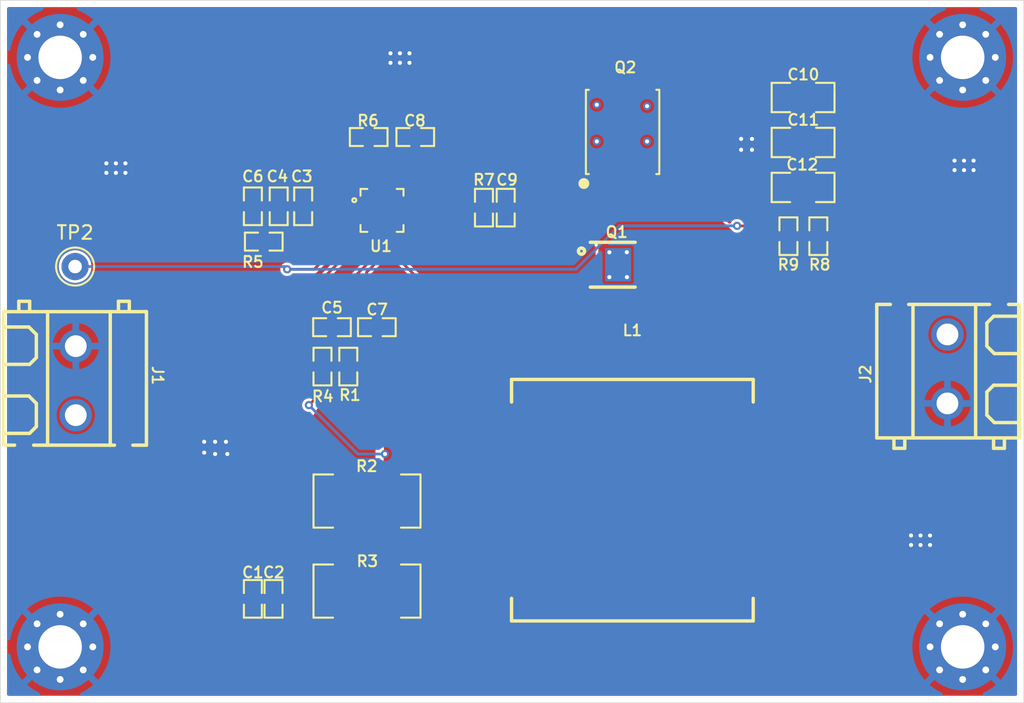
<source format=kicad_pcb>
(kicad_pcb (version 20240108) (generator "pcbnew") (generator_version "8.0")
  (layers (0 "F.Cu" signal) (31 "B.Cu" signal) (34 "B.Paste" user) (35 "F.Paste" user) (36 "B.SilkS" user "B.Silkscreen") (37 "F.SilkS" user "F.Silkscreen") (38 "B.Mask" user) (39 "F.Mask" user) (44 "Edge.Cuts" user))
  (net 0 "")
  (net 1 "GND")
  (net 2 "Net-(U1-VIN)")
  (net 3 "Net-(U1-SS)")
  (net 4 "Net-(U1-COMP)")
  (net 5 "Net-(U1-ISNS-)")
  (net 6 "Net-(U1-ISNS+)")
  (net 7 "Net-(C6-Pad2)")
  (net 8 "Net-(U1-BOOT)")
  (net 9 "Net-(U1-SW)")
  (net 10 "Net-(U1-VCC)")
  (net 11 "Net-(C10-Pad2)")
  (net 12 "Net-(L1-Pad1)")
  (net 13 "Net-(Q1-G)")
  (net 14 "Net-(Q2-G)")
  (net 15 "Net-(U1-RT{slash}CLK)")
  (net 16 "Net-(U1-FB)")
  (footprint "MountingHole:MountingHole_3.2mm_M3_Pad_Via" (layer "F.Cu") (at 4.4 -47.7)
    (property "Reference" "H1" (hide yes))
    (property "Value" "MountingHole_Pad" (hide yes))
    (pad "1" thru_hole circle (at -2.4 0) (size 0.8 0.8) (drill 0.5) (layers "*.Cu" "*.Mask") (net 1 "GND"))
    (pad "1" thru_hole circle (at -1.697056 -1.697056) (size 0.8 0.8) (drill 0.5) (layers "*.Cu" "*.Mask") (net 1 "GND"))
    (pad "1" thru_hole circle (at -1.697056 1.697056) (size 0.8 0.8) (drill 0.5) (layers "*.Cu" "*.Mask") (net 1 "GND"))
    (pad "1" thru_hole circle (at 0 -2.4) (size 0.8 0.8) (drill 0.5) (layers "*.Cu" "*.Mask") (net 1 "GND"))
    (pad "1" thru_hole circle (at 0 0) (size 6.4 6.4) (drill 3.2) (layers "*.Cu" "*.Mask") (net 1 "GND"))
    (pad "1" thru_hole circle (at 0 2.4) (size 0.8 0.8) (drill 0.5) (layers "*.Cu" "*.Mask") (net 1 "GND"))
    (pad "1" thru_hole circle (at 1.697056 -1.697056) (size 0.8 0.8) (drill 0.5) (layers "*.Cu" "*.Mask") (net 1 "GND"))
    (pad "1" thru_hole circle (at 1.697056 1.697056) (size 0.8 0.8) (drill 0.5) (layers "*.Cu" "*.Mask") (net 1 "GND"))
    (pad "1" thru_hole circle (at 2.4 0) (size 0.8 0.8) (drill 0.5) (layers "*.Cu" "*.Mask") (net 1 "GND"))
  )
  (footprint "GT_Capacitor:C1206" (layer "F.Cu") (at 59.059 -38.12575)
    (property "Reference" "C12" (at -0.059 -1.67425 0) (layer "F.SilkS") (effects (font (size 0.8 0.8))))
    (property "Value" "33uF" (hide yes))
    (pad "1" smd rect (at -1.479 0) (size 1.2075 1.701) (layers "F.Cu" "F.Paste" "F.Mask") (net 1 "GND"))
    (pad "2" smd rect (at 1.479 0) (size 1.2075 1.701) (layers "F.Cu" "F.Paste" "F.Mask") (net 11 "Net-(C10-Pad2)"))
  )
  (footprint "GT_Resistor:R0603" (layer "F.Cu") (at 23.7 -24.93625 -90)
    (property "Reference" "R4" (at 2.2 -0.02 0) (layer "F.SilkS") (effects (font (size 0.8 0.8))))
    (property "Value" "10R" (hide yes))
    (pad "1" smd rect (at -0.7535 0 270) (size 0.8065 0.864) (layers "F.Cu" "F.Paste" "F.Mask") (net 5 "Net-(U1-ISNS-)"))
    (pad "2" smd rect (at 0.7535 0 270) (size 0.8065 0.864) (layers "F.Cu" "F.Paste" "F.Mask") (net 12 "Net-(L1-Pad1)"))
  )
  (footprint "GT_Capacitor:C0603" (layer "F.Cu") (at 27.7 -27.83625)
    (property "Reference" "C7" (at 0.02 -1.3 0) (layer "F.SilkS") (effects (font (size 0.8 0.8))))
    (property "Value" "100nF" (hide yes))
    (pad "1" smd rect (at -0.7535 0) (size 0.8065 0.864) (layers "F.Cu" "F.Paste" "F.Mask") (net 2 "Net-(U1-VIN)"))
    (pad "2" smd rect (at 0.7535 0) (size 0.8065 0.864) (layers "F.Cu" "F.Paste" "F.Mask") (net 1 "GND"))
  )
  (footprint "MountingHole:MountingHole_3.2mm_M3_Pad_Via" (layer "F.Cu") (at 4.4 -4.3)
    (property "Reference" "H4" (hide yes))
    (property "Value" "MountingHole_Pad" (hide yes))
    (pad "1" thru_hole circle (at -2.4 0) (size 0.8 0.8) (drill 0.5) (layers "*.Cu" "*.Mask") (net 1 "GND"))
    (pad "1" thru_hole circle (at -1.697056 -1.697056) (size 0.8 0.8) (drill 0.5) (layers "*.Cu" "*.Mask") (net 1 "GND"))
    (pad "1" thru_hole circle (at -1.697056 1.697056) (size 0.8 0.8) (drill 0.5) (layers "*.Cu" "*.Mask") (net 1 "GND"))
    (pad "1" thru_hole circle (at 0 -2.4) (size 0.8 0.8) (drill 0.5) (layers "*.Cu" "*.Mask") (net 1 "GND"))
    (pad "1" thru_hole circle (at 0 0) (size 6.4 6.4) (drill 3.2) (layers "*.Cu" "*.Mask") (net 1 "GND"))
    (pad "1" thru_hole circle (at 0 2.4) (size 0.8 0.8) (drill 0.5) (layers "*.Cu" "*.Mask") (net 1 "GND"))
    (pad "1" thru_hole circle (at 1.697056 -1.697056) (size 0.8 0.8) (drill 0.5) (layers "*.Cu" "*.Mask") (net 1 "GND"))
    (pad "1" thru_hole circle (at 1.697056 1.697056) (size 0.8 0.8) (drill 0.5) (layers "*.Cu" "*.Mask") (net 1 "GND"))
    (pad "1" thru_hole circle (at 2.4 0) (size 0.8 0.8) (drill 0.5) (layers "*.Cu" "*.Mask") (net 1 "GND"))
  )
  (footprint "GT_Resistor:R0603" (layer "F.Cu") (at 35.58 -36.63625 90)
    (property "Reference" "R7" (at 2.0535 0 0) (layer "F.SilkS") (effects (font (size 0.8 0.8))))
    (property "Value" "100k" (hide yes))
    (pad "1" smd rect (at -0.7535 0 90) (size 0.8065 0.864) (layers "F.Cu" "F.Paste" "F.Mask") (net 1 "GND"))
    (pad "2" smd rect (at 0.7535 0 90) (size 0.8065 0.864) (layers "F.Cu" "F.Paste" "F.Mask") (net 10 "Net-(U1-VCC)"))
  )
  (footprint "GT_Resistor:R2512" (layer "F.Cu") (at 26.9755 -15.03625)
    (property "Reference" "R2" (at -0.02 -2.56375 0) (layer "F.SilkS") (effects (font (size 0.8 0.8))))
    (property "Value" "4mΩ " (hide yes))
    (pad "1" smd rect (at -3.0665 0) (size 1.2825 3.456) (layers "F.Cu" "F.Paste" "F.Mask") (net 2 "Net-(U1-VIN)"))
    (pad "2" smd rect (at 3.0665 0) (size 1.2825 3.456) (layers "F.Cu" "F.Paste" "F.Mask") (net 12 "Net-(L1-Pad1)"))
  )
  (footprint "GT_Capacitor:C0603" (layer "F.Cu") (at 24.4 -27.83625)
    (property "Reference" "C5" (at 0 -1.43675 0) (layer "F.SilkS") (effects (font (size 0.8 0.8))))
    (property "Value" "100pF" (hide yes))
    (pad "1" smd rect (at -0.7535 0) (size 0.8065 0.864) (layers "F.Cu" "F.Paste" "F.Mask") (net 5 "Net-(U1-ISNS-)"))
    (pad "2" smd rect (at 0.7535 0) (size 0.8065 0.864) (layers "F.Cu" "F.Paste" "F.Mask") (net 6 "Net-(U1-ISNS+)"))
  )
  (footprint "GT_Connectors:ST-2P-Plugin,P=5.08mm" (layer "F.Cu") (at 69.68 -24.7635 90)
    (property "Reference" "J2" (at -0.381 -6.027 90) (layer "F.SilkS") (effects (font (size 0.8 0.8))))
    (property "Value" "1x2P" (hide yes))
    (pad "1" thru_hole circle (at -2.54 0 90) (size 2.4 2.4) (drill 1.6) (layers "*.Cu" "*.Mask") (net 1 "GND"))
    (pad "2" thru_hole circle (at 2.54 0 90) (size 2.4 2.4) (drill 1.6) (layers "*.Cu" "*.Mask") (net 11 "Net-(C10-Pad2)"))
  )
  (footprint "GT_Resistor:R0603" (layer "F.Cu") (at 57.98 -34.53625 90)
    (property "Reference" "R9" (at -2.1 0 0) (layer "F.SilkS") (effects (font (size 0.8 0.8))))
    (property "Value" "11k" (hide yes))
    (pad "1" smd rect (at -0.7535 0 90) (size 0.8065 0.864) (layers "F.Cu" "F.Paste" "F.Mask") (net 1 "GND"))
    (pad "2" smd rect (at 0.7535 0 90) (size 0.8065 0.864) (layers "F.Cu" "F.Paste" "F.Mask") (net 16 "Net-(U1-FB)"))
  )
  (footprint "GT_Resistor:R0603" (layer "F.Cu") (at 27.1 -41.83625 180)
    (property "Reference" "R6" (at 0.0465 1.2 0) (layer "F.SilkS") (effects (font (size 0.8 0.8))))
    (property "Value" "105k" (hide yes))
    (pad "1" smd rect (at -0.7535 0 180) (size 0.8065 0.864) (layers "F.Cu" "F.Paste" "F.Mask") (net 1 "GND"))
    (pad "2" smd rect (at 0.7535 0 180) (size 0.8065 0.864) (layers "F.Cu" "F.Paste" "F.Mask") (net 15 "Net-(U1-RT{slash}CLK)"))
  )
  (footprint "GT_Resistor:R0603" (layer "F.Cu") (at 25.6 -24.93625 -90)
    (property "Reference" "R1" (at 2.1 -0.12 0) (layer "F.SilkS") (effects (font (size 0.8 0.8))))
    (property "Value" "10R" (hide yes))
    (pad "1" smd rect (at -0.7535 0 270) (size 0.8065 0.864) (layers "F.Cu" "F.Paste" "F.Mask") (net 6 "Net-(U1-ISNS+)"))
    (pad "2" smd rect (at 0.7535 0 270) (size 0.8065 0.864) (layers "F.Cu" "F.Paste" "F.Mask") (net 2 "Net-(U1-VIN)"))
  )
  (footprint "TestPoint:TestPoint_Keystone_5000-5004_Miniature" (layer "F.Cu") (at 5.5 -32.3)
    (property "Reference" "TP2" (at 0 -2.5 0) (layer "F.SilkS"))
    (property "Value" "TestPoint")
    (pad "1" thru_hole circle (at 0 0) (size 2 2) (drill 1) (layers "*.Cu" "*.Mask") (net 16 "Net-(U1-FB)"))
  )
  (footprint "GT_Capacitor:C1206" (layer "F.Cu") (at 59.059 -44.74675)
    (property "Reference" "C10" (at 0.021 -1.6895 0) (layer "F.SilkS") (effects (font (size 0.8 0.8))))
    (property "Value" "33uF" (hide yes))
    (pad "1" smd rect (at -1.479 0) (size 1.2075 1.701) (layers "F.Cu" "F.Paste" "F.Mask") (net 1 "GND"))
    (pad "2" smd rect (at 1.479 0) (size 1.2075 1.701) (layers "F.Cu" "F.Paste" "F.Mask") (net 11 "Net-(C10-Pad2)"))
  )
  (footprint "GT_Resistor:R0603" (layer "F.Cu") (at 60.18 -34.53625 -90)
    (property "Reference" "R8" (at 2.1 -0.1 0) (layer "F.SilkS") (effects (font (size 0.8 0.8))))
    (property "Value" "169k" (hide yes))
    (pad "1" smd rect (at -0.7535 0 270) (size 0.8065 0.864) (layers "F.Cu" "F.Paste" "F.Mask") (net 11 "Net-(C10-Pad2)"))
    (pad "2" smd rect (at 0.7535 0 270) (size 0.8065 0.864) (layers "F.Cu" "F.Paste" "F.Mask") (net 16 "Net-(U1-FB)"))
  )
  (footprint "GT_Capacitor:C1206" (layer "F.Cu") (at 59.059 -41.43625)
    (property "Reference" "C11" (at 0.021 -1.66375 0) (layer "F.SilkS") (effects (font (size 0.8 0.8))))
    (property "Value" "33uF" (hide yes))
    (pad "1" smd rect (at -1.479 0) (size 1.2075 1.701) (layers "F.Cu" "F.Paste" "F.Mask") (net 1 "GND"))
    (pad "2" smd rect (at 1.479 0) (size 1.2075 1.701) (layers "F.Cu" "F.Paste" "F.Mask") (net 11 "Net-(C10-Pad2)"))
  )
  (footprint "GT_Capacitor:C0603" (layer "F.Cu") (at 30.5265 -41.83625 180)
    (property "Reference" "C8" (at 0.0265 1.2 0) (layer "F.SilkS") (effects (font (size 0.8 0.8))))
    (property "Value" "220nF" (hide yes))
    (pad "1" smd rect (at -0.7535 0 180) (size 0.8065 0.864) (layers "F.Cu" "F.Paste" "F.Mask") (net 8 "Net-(U1-BOOT)"))
    (pad "2" smd rect (at 0.7535 0 180) (size 0.8065 0.864) (layers "F.Cu" "F.Paste" "F.Mask") (net 9 "Net-(U1-SW)"))
  )
  (footprint "GT_Resistor:R0603" (layer "F.Cu") (at 19.38 -34.13625)
    (property "Reference" "R5" (at -0.8 1.5 0) (layer "F.SilkS") (effects (font (size 0.8 0.8))))
    (property "Value" "6.65k" (hide yes))
    (pad "1" smd rect (at -0.7535 0) (size 0.8065 0.864) (layers "F.Cu" "F.Paste" "F.Mask") (net 7 "Net-(C6-Pad2)"))
    (pad "2" smd rect (at 0.7535 0) (size 0.8065 0.864) (layers "F.Cu" "F.Paste" "F.Mask") (net 4 "Net-(U1-COMP)"))
  )
  (footprint "Boost_Converter:VSON-CLIP-8_L3.3-W3.3-P0.65-BL" (layer "F.Cu") (at 45.005 -32.43625 -90)
    (property "Reference" "Q1" (at -2.4 -0.345533 0) (layer "F.SilkS") (effects (font (size 0.8 0.8))))
    (property "Value" "CSD17304Q3" (hide yes))
    (pad "1" smd rect (at -0.98 1.6 270) (size 0.4 0.7) (layers "F.Cu" "F.Paste" "F.Mask") (net 1 "GND"))
    (pad "2" smd rect (at -0.32 1.6 270) (size 0.4 0.7) (layers "F.Cu" "F.Paste" "F.Mask") (net 1 "GND"))
    (pad "3" smd rect (at 0.33 1.6 270) (size 0.4 0.7) (layers "F.Cu" "F.Paste" "F.Mask") (net 1 "GND"))
    (pad "4" smd rect (at 0.98 1.6 270) (size 0.4 0.7) (layers "F.Cu" "F.Paste" "F.Mask") (net 13 "Net-(Q1-G)"))
    (pad "5" smd rect (at 0.98 -1.6 270) (size 0.4 0.7) (layers "F.Cu" "F.Paste" "F.Mask") (net 9 "Net-(U1-SW)"))
    (pad "6" smd rect (at 0.33 -1.6 270) (size 0.4 0.7) (layers "F.Cu" "F.Paste" "F.Mask") (net 9 "Net-(U1-SW)"))
    (pad "7" smd rect (at -0.32 -1.6 270) (size 0.4 0.7) (layers "F.Cu" "F.Paste" "F.Mask") (net 9 "Net-(U1-SW)"))
    (pad "8" smd rect (at -0.98 -1.6 270) (size 0.4 0.7) (layers "F.Cu" "F.Paste" "F.Mask") (net 9 "Net-(U1-SW)"))
    (pad "8" thru_hole circle (at -0.921416 -1.084833 270) (size 0.6 0.6) (drill 0.3) (layers "*.Cu" "*.Paste" "*.Mask") (net 9 "Net-(U1-SW)"))
    (pad "8" thru_hole circle (at -0.9134 0.197833 270) (size 0.6 0.6) (drill 0.3) (layers "*.Cu" "*.Paste" "*.Mask") (net 9 "Net-(U1-SW)"))
    (pad "8" smd rect (at 0 -0.445533 270) (size 2.45 1.9) (layers "B.Cu" "B.Paste" "B.Mask") (net 9 "Net-(U1-SW)"))
    (pad "8" smd rect (at 0 -0.44 270) (size 2.45 1.9) (layers "F.Cu" "F.Paste" "F.Mask") (net 9 "Net-(U1-SW)"))
    (pad "8" thru_hole circle (at 0.914399 -1.092849 270) (size 0.6 0.6) (drill 0.3) (layers "*.Cu" "*.Paste" "*.Mask") (net 9 "Net-(U1-SW)"))
    (pad "8" thru_hole circle (at 0.914399 0.197833 270) (size 0.6 0.6) (drill 0.3) (layers "*.Cu" "*.Paste" "*.Mask") (net 9 "Net-(U1-SW)"))
  )
  (footprint "GT_Capacitor:C0603" (layer "F.Cu") (at 18.58 -7.83625 -90)
    (property "Reference" "C1" (at -1.9465 0 0) (layer "F.SilkS") (effects (font (size 0.8 0.8))))
    (property "Value" "22uF" (hide yes))
    (pad "1" smd rect (at -0.7535 0 270) (size 0.8065 0.864) (layers "F.Cu" "F.Paste" "F.Mask") (net 1 "GND"))
    (pad "2" smd rect (at 0.7535 0 270) (size 0.8065 0.864) (layers "F.Cu" "F.Paste" "F.Mask") (net 2 "Net-(U1-VIN)"))
  )
  (footprint "GT_Resistor:R2512" (layer "F.Cu") (at 26.9755 -8.40775)
    (property "Reference" "R3" (at 0.0245 -2.19225 0) (layer "F.SilkS") (effects (font (size 0.8 0.8))))
    (property "Value" "4mΩ " (hide yes))
    (pad "1" smd rect (at -3.0665 0) (size 1.2825 3.456) (layers "F.Cu" "F.Paste" "F.Mask") (net 2 "Net-(U1-VIN)"))
    (pad "2" smd rect (at 3.0665 0) (size 1.2825 3.456) (layers "F.Cu" "F.Paste" "F.Mask") (net 12 "Net-(L1-Pad1)"))
  )
  (footprint "MountingHole:MountingHole_3.2mm_M3_Pad_Via" (layer "F.Cu") (at 70.8 -47.7)
    (property "Reference" "H2" (hide yes))
    (property "Value" "MountingHole_Pad" (hide yes))
    (pad "1" thru_hole circle (at -2.4 0) (size 0.8 0.8) (drill 0.5) (layers "*.Cu" "*.Mask") (net 1 "GND"))
    (pad "1" thru_hole circle (at -1.697056 -1.697056) (size 0.8 0.8) (drill 0.5) (layers "*.Cu" "*.Mask") (net 1 "GND"))
    (pad "1" thru_hole circle (at -1.697056 1.697056) (size 0.8 0.8) (drill 0.5) (layers "*.Cu" "*.Mask") (net 1 "GND"))
    (pad "1" thru_hole circle (at 0 -2.4) (size 0.8 0.8) (drill 0.5) (layers "*.Cu" "*.Mask") (net 1 "GND"))
    (pad "1" thru_hole circle (at 0 0) (size 6.4 6.4) (drill 3.2) (layers "*.Cu" "*.Mask") (net 1 "GND"))
    (pad "1" thru_hole circle (at 0 2.4) (size 0.8 0.8) (drill 0.5) (layers "*.Cu" "*.Mask") (net 1 "GND"))
    (pad "1" thru_hole circle (at 1.697056 -1.697056) (size 0.8 0.8) (drill 0.5) (layers "*.Cu" "*.Mask") (net 1 "GND"))
    (pad "1" thru_hole circle (at 1.697056 1.697056) (size 0.8 0.8) (drill 0.5) (layers "*.Cu" "*.Mask") (net 1 "GND"))
    (pad "1" thru_hole circle (at 2.4 0) (size 0.8 0.8) (drill 0.5) (layers "*.Cu" "*.Mask") (net 1 "GND"))
  )
  (footprint "GT_Capacitor:C0603" (layer "F.Cu") (at 20.1 -7.83625 -90)
    (property "Reference" "C2" (at -1.9465 -0.02 0) (layer "F.SilkS") (effects (font (size 0.8 0.8))))
    (property "Value" "22uF" (hide yes))
    (pad "1" smd rect (at -0.7535 0 270) (size 0.8065 0.864) (layers "F.Cu" "F.Paste" "F.Mask") (net 1 "GND"))
    (pad "2" smd rect (at 0.7535 0 270) (size 0.8065 0.864) (layers "F.Cu" "F.Paste" "F.Mask") (net 2 "Net-(U1-VIN)"))
  )
  (footprint "GT_Capacitor:C0603" (layer "F.Cu") (at 18.58 -36.73625 -90)
    (property "Reference" "C6" (at -2.2 0 0) (layer "F.SilkS") (effects (font (size 0.8 0.8))))
    (property "Value" "4.7nF" (hide yes))
    (pad "1" smd rect (at -0.7535 0 270) (size 0.8065 0.864) (layers "F.Cu" "F.Paste" "F.Mask") (net 1 "GND"))
    (pad "2" smd rect (at 0.7535 0 270) (size 0.8065 0.864) (layers "F.Cu" "F.Paste" "F.Mask") (net 7 "Net-(C6-Pad2)"))
  )
  (footprint "GT_Connectors:ST-2P-Plugin,P=5.08mm" (layer "F.Cu") (at 5.55 -23.9 -90)
    (property "Reference" "J1" (at -0.381 -6.027 -90) (layer "F.SilkS") (effects (font (size 0.8 0.8))))
    (property "Value" "1x2P" (hide yes))
    (pad "1" thru_hole circle (at -2.54 0 270) (size 2.4 2.4) (drill 1.6) (layers "*.Cu" "*.Mask") (net 1 "GND"))
    (pad "2" thru_hole circle (at 2.54 0 270) (size 2.4 2.4) (drill 1.6) (layers "*.Cu" "*.Mask") (net 2 "Net-(U1-VIN)"))
  )
  (footprint "GT_Capacitor:C0603" (layer "F.Cu") (at 22.28 -36.73625 -90)
    (property "Reference" "C3" (at -2.2 0.1 0) (layer "F.SilkS") (effects (font (size 0.8 0.8))))
    (property "Value" "4.7nF" (hide yes))
    (pad "1" smd rect (at -0.7535 0 270) (size 0.8065 0.864) (layers "F.Cu" "F.Paste" "F.Mask") (net 1 "GND"))
    (pad "2" smd rect (at 0.7535 0 270) (size 0.8065 0.864) (layers "F.Cu" "F.Paste" "F.Mask") (net 3 "Net-(U1-SS)"))
  )
  (footprint "Boost_Converter:WQFN-16_L3.0-W3.0-P0.50-BL-EP" (layer "F.Cu") (at 28.08 -36.43625 -90)
    (property "Reference" "U1" (at 2.63625 0.08 180) (layer "F.SilkS") (effects (font (size 0.8 0.8))))
    (property "Value" "TPS43061RTER" (hide yes))
    (pad "1" smd rect (at -0.75 1.41 270) (size 0.28 0.66) (layers "F.Cu" "F.Paste" "F.Mask") (net 15 "Net-(U1-RT{slash}CLK)"))
    (pad "2" smd rect (at -0.25 1.41 270) (size 0.28 0.66) (layers "F.Cu" "F.Paste" "F.Mask") (net 3 "Net-(U1-SS)"))
    (pad "3" smd rect (at 0.25 1.41 270) (size 0.28 0.66) (layers "F.Cu" "F.Paste" "F.Mask") (net 4 "Net-(U1-COMP)"))
    (pad "4" smd rect (at 0.75 1.41 270) (size 0.28 0.66) (layers "F.Cu" "F.Paste" "F.Mask") (net 16 "Net-(U1-FB)"))
    (pad "5" smd rect (at 1.41 0.75 270) (size 0.66 0.28) (layers "F.Cu" "F.Paste" "F.Mask") (net 5 "Net-(U1-ISNS-)"))
    (pad "6" smd rect (at 1.41 0.25 270) (size 0.66 0.28) (layers "F.Cu" "F.Paste" "F.Mask") (net 6 "Net-(U1-ISNS+)"))
    (pad "7" smd rect (at 1.41 -0.25 270) (size 0.66 0.28) (layers "F.Cu" "F.Paste" "F.Mask") (net 2 "Net-(U1-VIN)"))
    (pad "8" smd rect (at 1.41 -0.75 270) (size 0.66 0.28) (layers "F.Cu" "F.Paste" "F.Mask") (net 13 "Net-(Q1-G)"))
    (pad "9" smd rect (at 0.75 -1.41 270) (size 0.28 0.66) (layers "F.Cu" "F.Paste" "F.Mask") (net 1 "GND"))
    (pad "10" smd rect (at 0.25 -1.41 270) (size 0.28 0.66) (layers "F.Cu" "F.Paste" "F.Mask") (net 10 "Net-(U1-VCC)"))
    (pad "11" smd rect (at -0.25 -1.41 270) (size 0.28 0.66) (layers "F.Cu" "F.Paste" "F.Mask") (net 8 "Net-(U1-BOOT)"))
    (pad "12" smd rect (at -0.75 -1.41 270) (size 0.28 0.66) (layers "F.Cu" "F.Paste" "F.Mask") (net 9 "Net-(U1-SW)"))
    (pad "13" smd rect (at -1.41 -0.75 270) (size 0.66 0.28) (layers "F.Cu" "F.Paste" "F.Mask") (net 14 "Net-(Q2-G)"))
    (pad "14" smd rect (at -1.41 -0.25 270) (size 0.66 0.28) (layers "F.Cu" "F.Paste" "F.Mask") (net 1 "GND"))
    (pad "15" smd rect (at -1.41 0.25 270) (size 0.66 0.28) (layers "F.Cu" "F.Paste" "F.Mask"))
    (pad "16" smd rect (at -1.41 0.75 270) (size 0.66 0.28) (layers "F.Cu" "F.Paste" "F.Mask") (net 1 "GND"))
    (pad "17" smd rect (at 0 0 270) (size 1.6 1.6) (layers "F.Cu" "F.Paste" "F.Mask") (net 1 "GND"))
  )
  (footprint "Boost_Converter:POWERVDFN-8_L6.0-W5.0-P1.27-BL" (layer "F.Cu") (at 45.78 -42.212)
    (property "Reference" "Q2" (at 0.2 -4.75 0) (layer "F.SilkS") (effects (font (size 0.8 0.8))))
    (property "Value" "CSD17573Q5B" (hide yes))
    (pad "1" smd rect (at -1.91 3.03) (size 0.8 1.32) (layers "F.Cu" "F.Paste" "F.Mask") (net 9 "Net-(U1-SW)"))
    (pad "2" smd rect (at -0.63 3.03) (size 0.8 1.32) (layers "F.Cu" "F.Paste" "F.Mask") (net 9 "Net-(U1-SW)"))
    (pad "3" smd rect (at 0.63 3.03) (size 0.8 1.32) (layers "F.Cu" "F.Paste" "F.Mask") (net 9 "Net-(U1-SW)"))
    (pad "4" smd rect (at 1.9 3.03) (size 0.8 1.32) (layers "F.Cu" "F.Paste" "F.Mask") (net 14 "Net-(Q2-G)"))
    (pad "5" smd rect (at 1.9 -3.03) (size 0.8 1.32) (layers "F.Cu" "F.Paste" "F.Mask") (net 11 "Net-(C10-Pad2)"))
    (pad "6" smd rect (at 0.63 -3.03) (size 0.8 1.32) (layers "F.Cu" "F.Paste" "F.Mask") (net 11 "Net-(C10-Pad2)"))
    (pad "7" smd rect (at -0.63 -3.03) (size 0.8 1.32) (layers "F.Cu" "F.Paste" "F.Mask") (net 11 "Net-(C10-Pad2)"))
    (pad "8" smd rect (at -1.91 -3.03) (size 0.8 1.32) (layers "F.Cu" "F.Paste" "F.Mask") (net 11 "Net-(C10-Pad2)"))
    (pad "9" thru_hole circle (at -1.9 -2) (size 0.61 0.61) (drill 0.3) (layers "*.Cu" "*.Paste" "*.Mask") (net 11 "Net-(C10-Pad2)"))
    (pad "9" thru_hole circle (at -1.9 0.7) (size 0.61 0.61) (drill 0.3) (layers "*.Cu" "*.Paste" "*.Mask") (net 11 "Net-(C10-Pad2)"))
    (pad "9" smd rect (at 0 -0.65) (size 4.6 3.6) (layers "F.Cu" "F.Paste" "F.Mask") (net 11 "Net-(C10-Pad2)"))
    (pad "9" thru_hole circle (at 1.8 -1.9) (size 0.61 0.61) (drill 0.3) (layers "*.Cu" "*.Paste" "*.Mask") (net 11 "Net-(C10-Pad2)"))
    (pad "9" thru_hole circle (at 1.8 0.7) (size 0.61 0.61) (drill 0.3) (layers "*.Cu" "*.Paste" "*.Mask") (net 11 "Net-(C10-Pad2)"))
  )
  (footprint "Boost_Converter:IND-SMD_L17.5-W17.5" (layer "F.Cu") (at 46.5 -15.1)
    (property "Reference" "L1" (at 0 -12.5 0) (layer "F.SilkS") (effects (font (size 0.8 0.8))))
    (property "Value" "1.5uH")
    (pad "1" smd rect (at -8.3 0) (size 5 14) (layers "F.Cu" "F.Paste" "F.Mask") (net 12 "Net-(L1-Pad1)"))
    (pad "2" smd rect (at 8.3 0) (size 5 14) (layers "F.Cu" "F.Paste" "F.Mask") (net 9 "Net-(U1-SW)"))
  )
  (footprint "MountingHole:MountingHole_3.2mm_M3_Pad_Via" (layer "F.Cu") (at 70.8 -4.3)
    (property "Reference" "H3" (hide yes))
    (property "Value" "MountingHole_Pad" (hide yes))
    (pad "1" thru_hole circle (at -2.4 0) (size 0.8 0.8) (drill 0.5) (layers "*.Cu" "*.Mask") (net 1 "GND"))
    (pad "1" thru_hole circle (at -1.697056 -1.697056) (size 0.8 0.8) (drill 0.5) (layers "*.Cu" "*.Mask") (net 1 "GND"))
    (pad "1" thru_hole circle (at -1.697056 1.697056) (size 0.8 0.8) (drill 0.5) (layers "*.Cu" "*.Mask") (net 1 "GND"))
    (pad "1" thru_hole circle (at 0 -2.4) (size 0.8 0.8) (drill 0.5) (layers "*.Cu" "*.Mask") (net 1 "GND"))
    (pad "1" thru_hole circle (at 0 0) (size 6.4 6.4) (drill 3.2) (layers "*.Cu" "*.Mask") (net 1 "GND"))
    (pad "1" thru_hole circle (at 0 2.4) (size 0.8 0.8) (drill 0.5) (layers "*.Cu" "*.Mask") (net 1 "GND"))
    (pad "1" thru_hole circle (at 1.697056 -1.697056) (size 0.8 0.8) (drill 0.5) (layers "*.Cu" "*.Mask") (net 1 "GND"))
    (pad "1" thru_hole circle (at 1.697056 1.697056) (size 0.8 0.8) (drill 0.5) (layers "*.Cu" "*.Mask") (net 1 "GND"))
    (pad "1" thru_hole circle (at 2.4 0) (size 0.8 0.8) (drill 0.5) (layers "*.Cu" "*.Mask") (net 1 "GND"))
  )
  (footprint "GT_Capacitor:C0603" (layer "F.Cu") (at 20.48 -36.73625 -90)
    (property "Reference" "C4" (at -2.2 0.1 0) (layer "F.SilkS") (effects (font (size 0.8 0.8))))
    (property "Value" "270pF" (hide yes))
    (pad "1" smd rect (at -0.7535 0 270) (size 0.8065 0.864) (layers "F.Cu" "F.Paste" "F.Mask") (net 1 "GND"))
    (pad "2" smd rect (at 0.7535 0 270) (size 0.8065 0.864) (layers "F.Cu" "F.Paste" "F.Mask") (net 4 "Net-(U1-COMP)"))
  )
  (footprint "GT_Capacitor:C0603" (layer "F.Cu") (at 37.18 -36.63625 90)
    (property "Reference" "C9" (at 2.0535 0.1 0) (layer "F.SilkS") (effects (font (size 0.8 0.8))))
    (property "Value" "10uF" (hide yes))
    (pad "1" smd rect (at -0.7535 0 90) (size 0.8065 0.864) (layers "F.Cu" "F.Paste" "F.Mask") (net 1 "GND"))
    (pad "2" smd rect (at 0.7535 0 90) (size 0.8065 0.864) (layers "F.Cu" "F.Paste" "F.Mask") (net 10 "Net-(U1-VCC)"))
  )
  (gr_rect (start 0 -51.9) (end 75.3 -0.2) (stroke (width 0.05)) (fill none) (layer "Edge.Cuts"))
  (segment (start 28.08 -36.43625) (end 28.83 -35.68625) (width 0.2) (layer "F.Cu") (net 1))
  (segment (start 18.58 -37.48975) (end 22.28 -37.48975) (width 0.2) (layer "F.Cu") (net 1))
  (segment (start 18.58 -8.58975) (end 20.1 -8.58975) (width 0.2) (layer "F.Cu") (net 1))
  (segment (start 43.405 -33.41625) (end 43.405 -32.10625) (width 0.2) (layer "F.Cu") (net 1))
  (segment (start 35.58 -35.88275) (end 37.18 -35.88275) (width 0.2) (layer "F.Cu") (net 1))
  (segment (start 28.08 -36.43625) (end 28.33 -36.68625) (width 0.2) (layer "F.Cu") (net 1))
  (segment (start 28.83 -35.68625) (end 29.49 -35.68625) (width 0.2) (layer "F.Cu") (net 1))
  (segment (start 28.33 -36.68625) (end 28.33 -37.84625) (width 0.2) (layer "F.Cu") (net 1))
  (via (at 55.3 -41.7) (size 0.6) (drill 0.3) (layers "F.Cu" "B.Cu") (net 1))
  (via (at 70.9 -39.4) (size 0.6) (drill 0.3) (layers "F.Cu" "B.Cu") (net 1))
  (via (at 68.4 -12.5) (size 0.6) (drill 0.3) (layers "F.Cu" "B.Cu") (net 1))
  (via (at 54.5 -40.9) (size 0.6) (drill 0.3) (layers "F.Cu" "B.Cu") (net 1))
  (via (at 55.3 -40.9) (size 0.6) (drill 0.3) (layers "F.Cu" "B.Cu") (net 1))
  (via (at 54.5 -41.7) (size 0.6) (drill 0.3) (layers "F.Cu" "B.Cu") (net 1))
  (via (at 29.4 -47.3) (size 0.6) (drill 0.3) (layers "F.Cu" "B.Cu") (net 1))
  (via (at 8.5 -39.9) (size 0.6) (drill 0.3) (layers "F.Cu" "B.Cu") (net 1))
  (via (at 30.1 -48) (size 0.6) (drill 0.3) (layers "F.Cu" "B.Cu") (net 1))
  (via (at 70.2 -40.1) (size 0.6) (drill 0.3) (layers "F.Cu" "B.Cu") (net 1))
  (via (at 68.4 -11.8) (size 0.6) (drill 0.3) (layers "F.Cu" "B.Cu") (net 1))
  (via (at 71.6 -39.4) (size 0.6) (drill 0.3) (layers "F.Cu" "B.Cu") (net 1))
  (via (at 70.9 -40.1) (size 0.6) (drill 0.3) (layers "F.Cu" "B.Cu") (net 1))
  (via (at 67.7 -12.5) (size 0.6) (drill 0.3) (layers "F.Cu" "B.Cu") (net 1))
  (via (at 67 -12.5) (size 0.6) (drill 0.3) (layers "F.Cu" "B.Cu") (net 1))
  (via (at 30.1 -47.3) (size 0.6) (drill 0.3) (layers "F.Cu" "B.Cu") (net 1))
  (via (at 16.6 -19.4) (size 0.6) (drill 0.3) (layers "F.Cu" "B.Cu") (net 1))
  (via (at 7.8 -39.9) (size 0.6) (drill 0.3) (layers "F.Cu" "B.Cu") (net 1))
  (via (at 70.2 -39.4) (size 0.6) (drill 0.3) (layers "F.Cu" "B.Cu") (net 1))
  (via (at 71.6 -40.1) (size 0.6) (drill 0.3) (layers "F.Cu" "B.Cu") (net 1))
  (via (at 29.4 -48) (size 0.6) (drill 0.3) (layers "F.Cu" "B.Cu") (net 1))
  (via (at 15 -18.6) (size 0.6) (drill 0.3) (layers "F.Cu" "B.Cu") (net 1))
  (via (at 15 -19.4) (size 0.6) (drill 0.3) (layers "F.Cu" "B.Cu") (net 1))
  (via (at 7.8 -39.2) (size 0.6) (drill 0.3) (layers "F.Cu" "B.Cu") (net 1))
  (via (at 67 -11.8) (size 0.6) (drill 0.3) (layers "F.Cu" "B.Cu") (net 1))
  (via (at 15.8 -19.4) (size 0.6) (drill 0.3) (layers "F.Cu" "B.Cu") (net 1))
  (via (at 28.7 -47.3) (size 0.6) (drill 0.3) (layers "F.Cu" "B.Cu") (net 1))
  (via (at 15.8 -18.5) (size 0.6) (drill 0.3) (layers "F.Cu" "B.Cu") (net 1))
  (via (at 9.2 -39.9) (size 0.6) (drill 0.3) (layers "F.Cu" "B.Cu") (net 1))
  (via (at 8.5 -39.2) (size 0.6) (drill 0.3) (layers "F.Cu" "B.Cu") (net 1))
  (via (at 16.7 -18.5) (size 0.6) (drill 0.3) (layers "F.Cu" "B.Cu") (net 1))
  (via (at 28.7 -48) (size 0.6) (drill 0.3) (layers "F.Cu" "B.Cu") (net 1))
  (via (at 67.7 -11.8) (size 0.6) (drill 0.3) (layers "F.Cu" "B.Cu") (net 1))
  (via (at 9.2 -39.2) (size 0.6) (drill 0.3) (layers "F.Cu" "B.Cu") (net 1))
  (segment (start 28.33 -35.02625) (end 28.33 -33.264314) (width 0.2) (layer "F.Cu") (net 2))
  (segment (start 23.909 -15.03625) (end 23.909 -8.40775) (width 0.2) (layer "F.Cu") (net 2))
  (segment (start 22.584 -7.08275) (end 23.909 -8.40775) (width 0.2) (layer "F.Cu") (net 2))
  (segment (start 5.55 -21.36) (end 5.55 -17.25) (width 0.2) (layer "F.Cu") (net 2))
  (segment (start 5.55 -17.25) (end 15.71725 -7.08275) (width 0.2) (layer "F.Cu") (net 2))
  (segment (start 18.58 -7.08275) (end 20.1 -7.08275) (width 0.2) (layer "F.Cu") (net 2))
  (segment (start 15.71725 -7.08275) (end 18.58 -7.08275) (width 0.2) (layer "F.Cu") (net 2))
  (segment (start 20.1 -7.08275) (end 22.584 -7.08275) (width 0.2) (layer "F.Cu") (net 2))
  (segment (start 25.6 -24.18275) (end 26.9465 -25.52925) (width 0.2) (layer "F.Cu") (net 2))
  (segment (start 23.909 -15.03625) (end 23.909 -22.49175) (width 0.2) (layer "F.Cu") (net 2))
  (segment (start 23.909 -22.49175) (end 25.6 -24.18275) (width 0.2) (layer "F.Cu") (net 2))
  (segment (start 26.9465 -25.52925) (end 26.9465 -27.83625) (width 0.2) (layer "F.Cu") (net 2))
  (segment (start 28.33 -33.264314) (end 26.9465 -31.880814) (width 0.2) (layer "F.Cu") (net 2))
  (segment (start 26.9465 -31.880814) (end 26.9465 -27.83625) (width 0.2) (layer "F.Cu") (net 2))
  (segment (start 22.28 -35.98275) (end 22.9835 -36.68625) (width 0.2) (layer "F.Cu") (net 3))
  (segment (start 22.9835 -36.68625) (end 26.67 -36.68625) (width 0.2) (layer "F.Cu") (net 3))
  (segment (start 20.198625 -34.201375) (end 24.115125 -34.201375) (width 0.2) (layer "F.Cu") (net 4))
  (segment (start 26.1 -36.18625) (end 26.67 -36.18625) (width 0.2) (layer "F.Cu") (net 4))
  (segment (start 20.48 -34.48275) (end 20.1335 -34.13625) (width 0.2) (layer "F.Cu") (net 4))
  (segment (start 20.48 -35.98275) (end 20.48 -34.48275) (width 0.2) (layer "F.Cu") (net 4))
  (segment (start 20.1335 -34.13625) (end 20.198625 -34.201375) (width 0.2) (layer "F.Cu") (net 4))
  (segment (start 24.115125 -34.201375) (end 26.1 -36.18625) (width 0.2) (layer "F.Cu") (net 4))
  (segment (start 23.6465 -31.34275) (end 27.33 -35.02625) (width 0.2) (layer "F.Cu") (net 5))
  (segment (start 23.7 -27.78275) (end 23.6465 -27.83625) (width 0.2) (layer "F.Cu") (net 5))
  (segment (start 23.7 -25.68975) (end 23.7 -27.78275) (width 0.2) (layer "F.Cu") (net 5))
  (segment (start 23.6465 -27.83625) (end 23.6465 -31.34275) (width 0.2) (layer "F.Cu") (net 5))
  (segment (start 25.1535 -30.6535) (end 27.83 -33.33) (width 0.2) (layer "F.Cu") (net 6))
  (segment (start 27.83 -33.33) (end 27.83 -35.02625) (width 0.2) (layer "F.Cu") (net 6))
  (segment (start 25.6 -25.68975) (end 25.6 -27.38975) (width 0.2) (layer "F.Cu") (net 6))
  (segment (start 25.1535 -27.83625) (end 25.1535 -30.6535) (width 0.2) (layer "F.Cu") (net 6))
  (segment (start 25.6 -27.38975) (end 25.1535 -27.83625) (width 0.2) (layer "F.Cu") (net 6))
  (segment (start 18.58 -35.98275) (end 18.58 -34.18275) (width 0.2) (layer "F.Cu") (net 7))
  (segment (start 18.58 -34.18275) (end 18.6265 -34.13625) (width 0.2) (layer "F.Cu") (net 7))
  (segment (start 30.06 -36.68625) (end 31.28 -37.90625) (width 0.2) (layer "F.Cu") (net 8))
  (segment (start 29.49 -36.68625) (end 30.06 -36.68625) (width 0.2) (layer "F.Cu") (net 8))
  (segment (start 31.28 -37.90625) (end 31.28 -41.83625) (width 0.2) (layer "F.Cu") (net 8))
  (segment (start 46.605 -31.45625) (end 46.605 -23.175) (width 0.2) (layer "F.Cu") (net 9))
  (segment (start 29.49 -37.18625) (end 29.49 -39.59) (width 0.2) (layer "F.Cu") (net 9))
  (segment (start 41.818 -39.182) (end 43.87 -39.182) (width 0.2) (layer "F.Cu") (net 9))
  (segment (start 43.87 -39.182) (end 46.41 -39.182) (width 0.2) (layer "F.Cu") (net 9))
  (segment (start 29.773 -39.873) (end 29.773 -41.83625) (width 0.2) (layer "F.Cu") (net 9))
  (segment (start 29.773 -41.83625) (end 29.773 -42.773) (width 0.2) (layer "F.Cu") (net 9))
  (segment (start 29.49 -39.59) (end 29.773 -39.873) (width 0.2) (layer "F.Cu") (net 9))
  (segment (start 47.5 -34.31125) (end 47.5 -37.5) (width 0.2) (layer "F.Cu") (net 9))
  (segment (start 46.41 -38.59) (end 46.41 -39.182) (width 0.2) (layer "F.Cu") (net 9))
  (segment (start 37.3 -43.7) (end 41.818 -39.182) (width 0.2) (layer "F.Cu") (net 9))
  (segment (start 30.7 -43.7) (end 37.3 -43.7) (width 0.2) (layer "F.Cu") (net 9))
  (segment (start 46.605 -33.41625) (end 47.5 -34.31125) (width 0.2) (layer "F.Cu") (net 9))
  (segment (start 46.605 -23.175) (end 54.68 -15.1) (width 0.2) (layer "F.Cu") (net 9))
  (segment (start 29.773 -42.773) (end 30.7 -43.7) (width 0.2) (layer "F.Cu") (net 9))
  (segment (start 47.5 -37.5) (end 46.41 -38.59) (width 0.2) (layer "F.Cu") (net 9))
  (segment (start 35.58 -37.38975) (end 37.18 -37.38975) (width 0.2) (layer "F.Cu") (net 10))
  (segment (start 31.68975 -37.38975) (end 35.58 -37.38975) (width 0.2) (layer "F.Cu") (net 10))
  (segment (start 29.49 -36.18625) (end 30.48625 -36.18625) (width 0.2) (layer "F.Cu") (net 10))
  (segment (start 30.48625 -36.18625) (end 31.68975 -37.38975) (width 0.2) (layer "F.Cu") (net 10))
  (segment (start 60.538 -38.12575) (end 61.27425 -38.12575) (width 0.2) (layer "F.Cu") (net 11))
  (segment (start 47.68 -46.88) (end 49.4 -48.6) (width 0.2) (layer "F.Cu") (net 11))
  (segment (start 61.27425 -38.12575) (end 61.7 -37.7) (width 0.2) (layer "F.Cu") (net 11))
  (segment (start 60.538 -41.43625) (end 60.538 -38.12575) (width 0.2) (layer "F.Cu") (net 11))
  (segment (start 58.8 -48.6) (end 60.538 -46.862) (width 0.2) (layer "F.Cu") (net 11))
  (segment (start 61.7 -37.7) (end 61.7 -35.7) (width 0.2) (layer "F.Cu") (net 11))
  (segment (start 60.538 -46.862) (end 60.538 -44.74675) (width 0.2) (layer "F.Cu") (net 11))
  (segment (start 47.68 -45.242) (end 47.68 -46.88) (width 0.2) (layer "F.Cu") (net 11))
  (segment (start 61.28975 -35.28975) (end 60.18 -35.28975) (width 0.2) (layer "F.Cu") (net 11))
  (segment (start 61.7 -35.7) (end 61.28975 -35.28975) (width 0.2) (layer "F.Cu") (net 11))
  (segment (start 60.538 -44.74675) (end 60.538 -41.43625) (width 0.2) (layer "F.Cu") (net 11))
  (segment (start 49.4 -48.6) (end 58.8 -48.6) (width 0.2) (layer "F.Cu") (net 11))
  (segment (start 69.276 -27.3035) (end 69.68 -27.3035) (width 0.2) (layer "F.Cu") (net 11))
  (segment (start 61.28975 -35.28975) (end 69.276 -27.3035) (width 0.2) (layer "F.Cu") (net 11))
  (segment (start 37 -15.1) (end 38.32 -15.1) (width 0.2) (layer "F.Cu") (net 12))
  (segment (start 23.7 -23.1) (end 22.7 -22.1) (width 0.2) (layer "F.Cu") (net 12))
  (segment (start 23.7 -24.18275) (end 23.7 -23.1) (width 0.2) (layer "F.Cu") (net 12))
  (segment (start 30.042 -15.03625) (end 30.042 -8.40775) (width 0.2) (layer "F.Cu") (net 12))
  (segment (start 30.042 -15.03625) (end 28.3 -16.77825) (width 0.2) (layer "F.Cu") (net 12))
  (segment (start 38.25625 -15.03625) (end 38.32 -15.1) (width 0.2) (layer "F.Cu") (net 12))
  (segment (start 28.3 -16.77825) (end 28.3 -18.5) (width 0.2) (layer "F.Cu") (net 12))
  (segment (start 30.042 -15.03625) (end 38.25625 -15.03625) (width 0.2) (layer "F.Cu") (net 12))
  (via (at 22.7 -22.1) (size 0.6) (drill 0.3) (layers "F.Cu" "B.Cu") (net 12))
  (via (at 28.3 -18.5) (size 0.6) (drill 0.3) (layers "F.Cu" "B.Cu") (net 12))
  (segment (start 26.3 -18.5) (end 28.3 -18.5) (width 0.2) (layer "B.Cu") (net 12))
  (segment (start 22.7 -22.1) (end 26.3 -18.5) (width 0.2) (layer "B.Cu") (net 12))
  (segment (start 28.83 -35.02625) (end 28.83 -33.32) (width 0.2) (layer "F.Cu") (net 13))
  (segment (start 30.69375 -31.45625) (end 43.405 -31.45625) (width 0.2) (layer "F.Cu") (net 13))
  (segment (start 28.83 -33.32) (end 30.69375 -31.45625) (width 0.2) (layer "F.Cu") (net 13))
  (segment (start 38.1 -44.6) (end 42.5 -40.2) (width 0.2) (layer "F.Cu") (net 14))
  (segment (start 28.83 -43.43) (end 30 -44.6) (width 0.2) (layer "F.Cu") (net 14))
  (segment (start 28.83 -37.84625) (end 28.83 -43.43) (width 0.2) (layer "F.Cu") (net 14))
  (segment (start 30 -44.6) (end 38.1 -44.6) (width 0.2) (layer "F.Cu") (net 14))
  (segment (start 47.68 -40.07) (end 47.68 -39.182) (width 0.2) (layer "F.Cu") (net 14))
  (segment (start 42.5 -40.2) (end 47.55 -40.2) (width 0.2) (layer "F.Cu") (net 14))
  (segment (start 47.55 -40.2) (end 47.68 -40.07) (width 0.2) (layer "F.Cu") (net 14))
  (segment (start 26.3465 -37.50975) (end 26.67 -37.18625) (width 0.2) (layer "F.Cu") (net 15))
  (segment (start 26.3465 -41.83625) (end 26.3465 -37.50975) (width 0.2) (layer "F.Cu") (net 15))
  (segment (start 54.11025 -35.28975) (end 54.1 -35.3) (width 0.2) (layer "F.Cu") (net 16))
  (segment (start 59.487 -33.78275) (end 57.98 -35.28975) (width 0.2) (layer "F.Cu") (net 16))
  (segment (start 23.08375 -32.1) (end 21.1 -32.1) (width 0.2) (layer "F.Cu") (net 16))
  (segment (start 26.67 -35.68625) (end 23.08375 -32.1) (width 0.2) (layer "F.Cu") (net 16))
  (segment (start 54.2 -35.3) (end 54.18975 -35.28975) (width 0.2) (layer "F.Cu") (net 16))
  (segment (start 54.18975 -35.28975) (end 54.11025 -35.28975) (width 0.2) (layer "F.Cu") (net 16))
  (segment (start 60.18 -33.78275) (end 59.487 -33.78275) (width 0.2) (layer "F.Cu") (net 16))
  (segment (start 54.21025 -35.28975) (end 54.2 -35.3) (width 0.2) (layer "F.Cu") (net 16))
  (segment (start 57.98 -35.28975) (end 54.21025 -35.28975) (width 0.2) (layer "F.Cu") (net 16))
  (via (at 21.1 -32.1) (size 0.6) (drill 0.3) (layers "F.Cu" "B.Cu") (net 16))
  (via (at 54.2 -35.3) (size 0.6) (drill 0.3) (layers "F.Cu" "B.Cu") (net 16))
  (segment (start 42.339283 -32.1) (end 21.1 -32.1) (width 0.2) (layer "B.Cu") (net 16))
  (segment (start 54.2 -35.3) (end 45.539283 -35.3) (width 0.2) (layer "B.Cu") (net 16))
  (segment (start 20.9 -32.3) (end 5.5 -32.3) (width 0.2) (layer "B.Cu") (net 16))
  (segment (start 21.1 -32.1) (end 20.9 -32.3) (width 0.2) (layer "B.Cu") (net 16))
  (segment (start 45.539283 -35.3) (end 42.339283 -32.1) (width 0.2) (layer "B.Cu") (net 16))
  (zone (net 11) (net_name "Net-(C10-Pad2)") (layer "F.Cu") (priority 3) (connect_pads yes (clearance 0)) (min_thickness 0.25) (fill yes (thermal_gap 0.5) (thermal_bridge_width 0.4))
    (polygon (pts (xy 48.5 -40.6) (xy 43 -40.6) (xy 39.819351 -43.783892) (xy 39.8 -48.5) (xy 41.7 -50.3) (xy 62.310723 -50.361242) (xy 65.1 -47.9) (xy 65.1 -37.4) (xy 73.8 -29.9) (xy 73.8 -26.5) (xy 71.7 -24.5) (xy 66.54354 -24.513463) (xy 64.2 -26.7) (xy 64.2 -29.8) (xy 63.2 -31.2) (xy 61.4 -33.7) (xy 60.7 -34.7) (xy 59.4 -34.7) (xy 59 -35) (xy 59 -45.5) (xy 57.7 -46.8) (xy 54.1 -46.9) (xy 53.1 -46.1) (xy 53.1 -41.9) (xy 51.785208 -40.573997)))
  )
  (zone (net 1) (net_name "GND") (layer "F.Cu") (connect_pads yes (clearance 0)) (min_thickness 0.2) (fill yes (thermal_gap 0.2) (thermal_bridge_width 0.2))
    (polygon (pts (xy 0.2 -0.4) (xy 75.2 -0.4) (xy 75.2 -51.8) (xy 0.1 -51.8)))
  )
  (zone (net 12) (net_name "Net-(L1-Pad1)") (layer "F.Cu") (priority 2) (connect_pads yes (clearance 0)) (min_thickness 0.25) (fill yes (thermal_gap 0.5) (thermal_bridge_width 0.4))
    (polygon (pts (xy 35.6 -25.5) (xy 39.5 -25.5) (xy 42.9 -21.9) (xy 42.9 -7.5) (xy 38.7 -4.3) (xy 31.3 -4.4) (xy 28.2 -6.7) (xy 28.225838 -21.364595) (xy 31.864924 -25.461078)))
  )
  (zone (net 9) (net_name "Net-(U1-SW)") (layer "F.Cu") (priority 4) (connect_pads yes (clearance 0)) (min_thickness 0.25) (fill yes (thermal_gap 0.5) (thermal_bridge_width 0.4))
    (polygon (pts (xy 44.8 -17.2) (xy 44.8 -11.6) (xy 50.5 -6.5) (xy 59.4 -6.5) (xy 62.9 -11.1) (xy 62.9 -26.7) (xy 50.3 -38.2) (xy 47.2 -38.2) (xy 47 -38.4) (xy 47 -39.8) (xy 46.8 -40) (xy 42.2 -40) (xy 41.2 -39.2) (xy 41.2 -35.9) (xy 44 -33.9) (xy 44 -17.7)))
  )
  (zone (net 2) (net_name "Net-(U1-VIN)") (layer "F.Cu") (priority 1) (connect_pads yes (clearance 0)) (min_thickness 0.25) (fill yes (thermal_gap 0.5) (thermal_bridge_width 0.4))
    (polygon (pts (xy 4.1 -23.9) (xy 7.7 -23.9) (xy 9.5 -22) (xy 9.5 -18) (xy 16.5 -10.9) (xy 16.503243 -8.815998) (xy 17.5 -7.9) (xy 21.3 -7.9) (xy 22.1 -8.6) (xy 22.082297 -19.744033) (xy 24.6 -24) (xy 24.6 -24.4) (xy 25.3 -25) (xy 26 -25) (xy 26.6 -25.7) (xy 26.6 -27) (xy 26.1 -27.5) (xy 26.1 -28.5) (xy 26.6 -29) (xy 27.2 -29) (xy 27.6 -28.5) (xy 27.6 -3.1) (xy 24.2 -1.3) (xy 14 -1.3) (xy 1.1 -14.2) (xy 1.1 -22.2)))
  )
  (zone (net 1) (net_name "GND") (layer "B.Cu") (priority 1) (connect_pads (clearance 0)) (min_thickness 0.25) (fill yes (thermal_gap 0.5) (thermal_bridge_width 0.5) (smoothing chamfer))
    (polygon (pts (xy 0.5 -0.7) (xy 74.8 -0.6) (xy 74.8 -51.4) (xy 0.4 -51.5)))
  )
)
</source>
